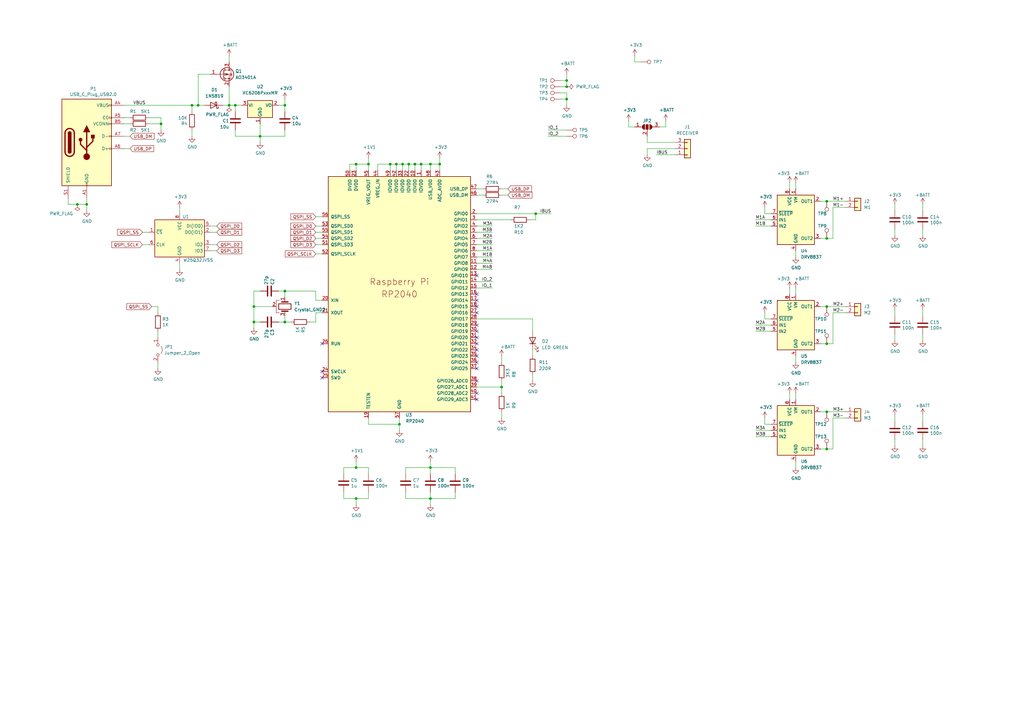
<source format=kicad_sch>
(kicad_sch (version 20211123) (generator eeschema)
  (paper "A3")
  (lib_symbols
    (symbol "Connector:TestPoint" (pin_numbers hide) (pin_names (offset 0.762) hide)
      (property "Reference" "TP" (at 0 6.858 0))
      (property "Value" "TestPoint" (at 0 5.08 0))
      (symbol "TestPoint_1_1"
        (pin passive line (at 0 0 90) (length 2.54) (name "1") (number "1"))
      )
    )
    (symbol "Connector:USB_C_Plug_USB2.0" (pin_names (offset 1.016))
      (property "Reference" "P" (at -10.16 19.05 0))
      (property "Value" "USB_C_Plug_USB2.0" (at 12.7 19.05 0))
      (symbol "USB_C_Plug_USB2.0_1_1"
        (pin passive line (at 0 -22.86 90) (length 5.08) (name "GND") (number "A1"))
        (pin passive line (at 0 -22.86 90) (length 5.08) hide (name "GND") (number "A12"))
        (pin passive line (at 15.24 15.24 180) (length 5.08) (name "VBUS") (number "A4"))
        (pin bidirectional line (at 15.24 10.16 180) (length 5.08) (name "CC") (number "A5"))
        (pin bidirectional line (at 15.24 -2.54 180) (length 5.08) (name "D+") (number "A6"))
        (pin bidirectional line (at 15.24 2.54 180) (length 5.08) (name "D-") (number "A7"))
        (pin passive line (at 15.24 15.24 180) (length 5.08) hide (name "VBUS") (number "A9"))
        (pin passive line (at 0 -22.86 90) (length 5.08) hide (name "GND") (number "B1"))
        (pin passive line (at 0 -22.86 90) (length 5.08) hide (name "GND") (number "B12"))
        (pin passive line (at 15.24 15.24 180) (length 5.08) hide (name "VBUS") (number "B4"))
        (pin bidirectional line (at 15.24 7.62 180) (length 5.08) (name "VCONN") (number "B5"))
        (pin passive line (at 15.24 15.24 180) (length 5.08) hide (name "VBUS") (number "B9"))
        (pin passive line (at -7.62 -22.86 90) (length 5.08) (name "SHIELD") (number "S1"))
      )
    )
    (symbol "Connector_Generic:Conn_01x02" (pin_names (offset 1.016) hide)
      (property "Reference" "J" (at 0 2.54 0))
      (property "Value" "Conn_01x02" (at 0 -5.08 0))
      (symbol "Conn_01x02_1_1"
        (pin passive line (at -5.08 0 0) (length 3.81) (name "Pin_1") (number "1"))
        (pin passive line (at -5.08 -2.54 0) (length 3.81) (name "Pin_2") (number "2"))
      )
    )
    (symbol "Connector_Generic:Conn_01x03" (pin_names (offset 1.016) hide)
      (property "Reference" "J" (at 0 5.08 0))
      (property "Value" "Conn_01x03" (at 0 -5.08 0))
      (symbol "Conn_01x03_1_1"
        (pin passive line (at -5.08 2.54 0) (length 3.81) (name "Pin_1") (number "1"))
        (pin passive line (at -5.08 0 0) (length 3.81) (name "Pin_2") (number "2"))
        (pin passive line (at -5.08 -2.54 0) (length 3.81) (name "Pin_3") (number "3"))
      )
    )
    (symbol "Device:C" (pin_numbers hide) (pin_names (offset 0.254))
      (property "Reference" "C" (at 0.635 2.54 0))
      (property "Value" "C" (at 0.635 -2.54 0))
      (symbol "C_1_1"
        (pin passive line (at 0 3.81 270) (length 2.794) (name "~") (number "1"))
        (pin passive line (at 0 -3.81 90) (length 2.794) (name "~") (number "2"))
      )
    )
    (symbol "Device:Crystal_GND2" (pin_names (offset 1.016) hide)
      (property "Reference" "Y" (at 0 5.715 0))
      (property "Value" "Crystal_GND2" (at 0 3.81 0))
      (symbol "Crystal_GND2_1_1"
        (pin passive line (at -3.81 0 0) (length 1.27) (name "1") (number "1"))
        (pin passive line (at 0 -5.08 90) (length 1.27) (name "2") (number "2"))
        (pin passive line (at 3.81 0 180) (length 1.27) (name "3") (number "3"))
      )
    )
    (symbol "Device:LED" (pin_numbers hide) (pin_names (offset 1.016) hide)
      (property "Reference" "D" (at 0 2.54 0))
      (property "Value" "LED" (at 0 -2.54 0))
      (symbol "LED_1_1"
        (pin passive line (at -3.81 0 0) (length 2.54) (name "K") (number "1"))
        (pin passive line (at 3.81 0 180) (length 2.54) (name "A") (number "2"))
      )
    )
    (symbol "Device:R" (pin_numbers hide) (pin_names (offset 0))
      (property "Reference" "R" (at 2.032 0 90))
      (property "Value" "R" (at 0 0 90))
      (symbol "R_1_1"
        (pin passive line (at 0 3.81 270) (length 1.27) (name "~") (number "1"))
        (pin passive line (at 0 -3.81 90) (length 1.27) (name "~") (number "2"))
      )
    )
    (symbol "Diode:1N5819" (pin_numbers hide) (pin_names (offset 1.016) hide)
      (property "Reference" "D" (at 0 2.54 0))
      (property "Value" "1N5819" (at 0 -2.54 0))
      (symbol "1N5819_1_1"
        (pin passive line (at -3.81 0 0) (length 2.54) (name "K") (number "1"))
        (pin passive line (at 3.81 0 180) (length 2.54) (name "A") (number "2"))
      )
    )
    (symbol "Driver_Motor:DRV8837"
      (property "Reference" "U" (at 6.35 11.43 0))
      (property "Value" "DRV8837" (at -10.16 11.43 0))
      (symbol "DRV8837_1_1"
        (pin power_in line (at 0 12.7 270) (length 2.54) (name "VM") (number "1"))
        (pin output line (at 10.16 7.62 180) (length 2.54) (name "OUT1") (number "2"))
        (pin output line (at 10.16 -7.62 180) (length 2.54) (name "OUT2") (number "3"))
        (pin power_in line (at 0 -12.7 90) (length 2.54) (name "GND") (number "4"))
        (pin input line (at -10.16 -2.54 0) (length 2.54) (name "IN2") (number "5"))
        (pin input line (at -10.16 0 0) (length 2.54) (name "IN1") (number "6"))
        (pin input line (at -10.16 2.54 0) (length 2.54) (name "~{SLEEP}") (number "7"))
        (pin power_in line (at -2.54 12.7 270) (length 2.54) (name "VCC") (number "8"))
        (pin passive line (at 0 -12.7 90) (length 2.54) hide (name "GND") (number "9"))
      )
    )
    (symbol "Jumper:Jumper_2_Open" (pin_names (offset 0) hide)
      (property "Reference" "JP" (at 0 2.794 0))
      (property "Value" "Jumper_2_Open" (at 0 -2.286 0))
      (symbol "Jumper_2_Open_1_1"
        (pin passive line (at -5.08 0 0) (length 2.54) (name "A") (number "1"))
        (pin passive line (at 5.08 0 180) (length 2.54) (name "B") (number "2"))
      )
    )
    (symbol "Jumper:SolderJumper_3_Open" (pin_names (offset 0) hide)
      (property "Reference" "JP" (at -2.54 -2.54 0))
      (property "Value" "SolderJumper_3_Open" (at 0 2.794 0))
      (symbol "SolderJumper_3_Open_1_1"
        (pin passive line (at -5.08 0 0) (length 2.54) (name "A") (number "1"))
        (pin passive line (at 0 -3.81 90) (length 2.54) (name "C") (number "2"))
        (pin passive line (at 5.08 0 180) (length 2.54) (name "B") (number "3"))
      )
    )
    (symbol "MCU_RaspberryPi_RP2040:RP2040" (pin_names (offset 1.016))
      (property "Reference" "U" (at -29.21 49.53 0))
      (property "Value" "RP2040" (at 24.13 -49.53 0))
      (symbol "RP2040_0_0"
        (text "Raspberry Pi" (at 0 5.08 0) (effects (font (size 2.54 2.54))))
        (text "RP2040" (at 0 0 0) (effects (font (size 2.54 2.54))))
      )
      (symbol "RP2040_1_1"
        (pin power_in line (at 8.89 50.8 270) (length 2.54) (name "IOVDD") (number "1"))
        (pin power_in line (at 6.35 50.8 270) (length 2.54) (name "IOVDD") (number "10"))
        (pin bidirectional line (at 31.75 12.7 180) (length 2.54) (name "GPIO8") (number "11"))
        (pin bidirectional line (at 31.75 10.16 180) (length 2.54) (name "GPIO9") (number "12"))
        (pin bidirectional line (at 31.75 7.62 180) (length 2.54) (name "GPIO10") (number "13"))
        (pin bidirectional line (at 31.75 5.08 180) (length 2.54) (name "GPIO11") (number "14"))
        (pin bidirectional line (at 31.75 2.54 180) (length 2.54) (name "GPIO12") (number "15"))
        (pin bidirectional line (at 31.75 0 180) (length 2.54) (name "GPIO13") (number "16"))
        (pin bidirectional line (at 31.75 -2.54 180) (length 2.54) (name "GPIO14") (number "17"))
        (pin bidirectional line (at 31.75 -5.08 180) (length 2.54) (name "GPIO15") (number "18"))
        (pin passive line (at -12.7 -50.8 90) (length 2.54) (name "TESTEN") (number "19"))
        (pin bidirectional line (at 31.75 33.02 180) (length 2.54) (name "GPIO0") (number "2"))
        (pin input line (at -31.75 -2.54 0) (length 2.54) (name "XIN") (number "20"))
        (pin passive line (at -31.75 -7.62 0) (length 2.54) (name "XOUT") (number "21"))
        (pin power_in line (at 3.81 50.8 270) (length 2.54) (name "IOVDD") (number "22"))
        (pin power_in line (at -17.78 50.8 270) (length 2.54) (name "DVDD") (number "23"))
        (pin output line (at -31.75 -31.75 0) (length 2.54) (name "SWCLK") (number "24"))
        (pin bidirectional line (at -31.75 -34.29 0) (length 2.54) (name "SWD") (number "25"))
        (pin input line (at -31.75 -20.32 0) (length 2.54) (name "RUN") (number "26"))
        (pin bidirectional line (at 31.75 -7.62 180) (length 2.54) (name "GPIO16") (number "27"))
        (pin bidirectional line (at 31.75 -10.16 180) (length 2.54) (name "GPIO17") (number "28"))
        (pin bidirectional line (at 31.75 -12.7 180) (length 2.54) (name "GPIO18") (number "29"))
        (pin bidirectional line (at 31.75 30.48 180) (length 2.54) (name "GPIO1") (number "3"))
        (pin bidirectional line (at 31.75 -15.24 180) (length 2.54) (name "GPIO19") (number "30"))
        (pin bidirectional line (at 31.75 -17.78 180) (length 2.54) (name "GPIO20") (number "31"))
        (pin bidirectional line (at 31.75 -20.32 180) (length 2.54) (name "GPIO21") (number "32"))
        (pin power_in line (at 1.27 50.8 270) (length 2.54) (name "IOVDD") (number "33"))
        (pin bidirectional line (at 31.75 -22.86 180) (length 2.54) (name "GPIO22") (number "34"))
        (pin bidirectional line (at 31.75 -25.4 180) (length 2.54) (name "GPIO23") (number "35"))
        (pin bidirectional line (at 31.75 -27.94 180) (length 2.54) (name "GPIO24") (number "36"))
        (pin bidirectional line (at 31.75 -30.48 180) (length 2.54) (name "GPIO25") (number "37"))
        (pin bidirectional line (at 31.75 -35.56 180) (length 2.54) (name "GPIO26_ADC0") (number "38"))
        (pin bidirectional line (at 31.75 -38.1 180) (length 2.54) (name "GPIO27_ADC1") (number "39"))
        (pin bidirectional line (at 31.75 27.94 180) (length 2.54) (name "GPIO2") (number "4"))
        (pin bidirectional line (at 31.75 -40.64 180) (length 2.54) (name "GPIO28_ADC2") (number "40"))
        (pin bidirectional line (at 31.75 -43.18 180) (length 2.54) (name "GPIO29_ADC3") (number "41"))
        (pin power_in line (at -1.27 50.8 270) (length 2.54) (name "IOVDD") (number "42"))
        (pin power_in line (at 16.51 50.8 270) (length 2.54) (name "ADC_AVDD") (number "43"))
        (pin power_in line (at -8.89 50.8 270) (length 2.54) (name "VREG_IN") (number "44"))
        (pin power_out line (at -12.7 50.8 270) (length 2.54) (name "VREG_VOUT") (number "45"))
        (pin bidirectional line (at 31.75 40.64 180) (length 2.54) (name "USB_DM") (number "46"))
        (pin bidirectional line (at 31.75 43.18 180) (length 2.54) (name "USB_DP") (number "47"))
        (pin power_in line (at 12.7 50.8 270) (length 2.54) (name "USB_VDD") (number "48"))
        (pin power_in line (at -3.81 50.8 270) (length 2.54) (name "IOVDD") (number "49"))
        (pin bidirectional line (at 31.75 25.4 180) (length 2.54) (name "GPIO3") (number "5"))
        (pin power_in line (at -20.32 50.8 270) (length 2.54) (name "DVDD") (number "50"))
        (pin bidirectional line (at -31.75 20.32 0) (length 2.54) (name "QSPI_SD3") (number "51"))
        (pin output line (at -31.75 16.51 0) (length 2.54) (name "QSPI_SCLK") (number "52"))
        (pin bidirectional line (at -31.75 27.94 0) (length 2.54) (name "QSPI_SD0") (number "53"))
        (pin bidirectional line (at -31.75 22.86 0) (length 2.54) (name "QSPI_SD2") (number "54"))
        (pin bidirectional line (at -31.75 25.4 0) (length 2.54) (name "QSPI_SD1") (number "55"))
        (pin bidirectional line (at -31.75 31.75 0) (length 2.54) (name "QSPI_SS") (number "56"))
        (pin power_in line (at 0 -50.8 90) (length 2.54) (name "GND") (number "57"))
        (pin bidirectional line (at 31.75 22.86 180) (length 2.54) (name "GPIO4") (number "6"))
        (pin bidirectional line (at 31.75 20.32 180) (length 2.54) (name "GPIO5") (number "7"))
        (pin bidirectional line (at 31.75 17.78 180) (length 2.54) (name "GPIO6") (number "8"))
        (pin bidirectional line (at 31.75 15.24 180) (length 2.54) (name "GPIO7") (number "9"))
      )
    )
    (symbol "Memory_Flash:W25Q32JVSS"
      (property "Reference" "U" (at -8.89 8.89 0))
      (property "Value" "W25Q32JVSS" (at 7.62 8.89 0))
      (symbol "W25Q32JVSS_1_1"
        (pin input line (at -12.7 2.54 0) (length 2.54) (name "~{CS}") (number "1"))
        (pin bidirectional line (at 12.7 2.54 180) (length 2.54) (name "DO(IO1)") (number "2"))
        (pin bidirectional line (at 12.7 -2.54 180) (length 2.54) (name "IO2") (number "3"))
        (pin power_in line (at 0 -10.16 90) (length 2.54) (name "GND") (number "4"))
        (pin bidirectional line (at 12.7 5.08 180) (length 2.54) (name "DI(IO0)") (number "5"))
        (pin input line (at -12.7 -2.54 0) (length 2.54) (name "CLK") (number "6"))
        (pin bidirectional line (at 12.7 -5.08 180) (length 2.54) (name "IO3") (number "7"))
        (pin power_in line (at 0 10.16 270) (length 2.54) (name "VCC") (number "8"))
      )
    )
    (symbol "Regulator_Linear:XC6206PxxxMR" (pin_names (offset 0.254))
      (property "Reference" "U" (at -3.81 3.175 0))
      (property "Value" "XC6206PxxxMR" (at 0 3.175 0))
      (symbol "XC6206PxxxMR_1_1"
        (pin power_in line (at 0 -7.62 90) (length 2.54) (name "GND") (number "1"))
        (pin power_out line (at 7.62 0 180) (length 2.54) (name "VO") (number "2"))
        (pin power_in line (at -7.62 0 0) (length 2.54) (name "VI") (number "3"))
      )
    )
    (symbol "Transistor_FET:AO3401A" (pin_names hide)
      (property "Reference" "Q" (at 5.08 1.905 0))
      (property "Value" "AO3401A" (at 5.08 0 0))
      (symbol "AO3401A_1_1"
        (pin input line (at -5.08 0 0) (length 2.54) (name "G") (number "1"))
        (pin passive line (at 2.54 -5.08 90) (length 2.54) (name "S") (number "2"))
        (pin passive line (at 2.54 5.08 270) (length 2.54) (name "D") (number "3"))
      )
    )
    (symbol "power:+1V1" (power) (pin_names (offset 0))
      (property "Value" "+1V1" (at 0 3.556 0))
      (symbol "+1V1_1_1"
        (pin power_in line (at 0 0 90) (length 0) hide (name "+1V1") (number "1"))
      )
    )
    (symbol "power:+3.3V" (power) (pin_names (offset 0))
      (property "Value" "+3.3V" (at 0 3.556 0))
      (symbol "+3.3V_1_1"
        (pin power_in line (at 0 0 90) (length 0) hide (name "+3V3") (number "1"))
      )
    )
    (symbol "power:+3V3" (power) (pin_names (offset 0))
      (property "Value" "+3V3" (at 0 3.556 0))
      (symbol "+3V3_1_1"
        (pin power_in line (at 0 0 90) (length 0) hide (name "+3V3") (number "1"))
      )
    )
    (symbol "power:+BATT" (power) (pin_names (offset 0))
      (property "Value" "+BATT" (at 0 3.556 0))
      (symbol "+BATT_1_1"
        (pin power_in line (at 0 0 90) (length 0) hide (name "+BATT") (number "1"))
      )
    )
    (symbol "power:GND" (power) (pin_names (offset 0))
      (property "Value" "GND" (at 0 -3.81 0))
      (symbol "GND_1_1"
        (pin power_in line (at 0 0 270) (length 0) hide (name "GND") (number "1"))
      )
    )
    (symbol "power:PWR_FLAG" (power) (pin_numbers hide) (pin_names (offset 0) hide)
      (property "Value" "PWR_FLAG" (at 0 3.81 0))
      (symbol "PWR_FLAG_0_0"
        (pin power_out line (at 0 0 90) (length 0) (name "pwr") (number "1"))
      )
    )
  )
  (junction (at 339.09 125.73))
  (junction (at 339.09 184.15))
  (junction (at 176.53 204.47))
  (junction (at 104.14 132.08))
  (junction (at 106.68 55.88))
  (junction (at 180.34 67.31))
  (junction (at 81.28 43.18))
  (junction (at 162.56 67.31))
  (junction (at 96.52 43.18))
  (junction (at 116.84 132.08))
  (junction (at 339.09 140.97))
  (junction (at 146.05 191.77))
  (junction (at 160.02 67.31))
  (junction (at 78.74 43.18))
  (junction (at 339.09 97.79))
  (junction (at 165.1 67.31))
  (junction (at 339.09 168.91))
  (junction (at 167.64 67.31))
  (junction (at 172.72 67.31))
  (junction (at 66.04 50.8))
  (junction (at 232.41 33.02))
  (junction (at 146.05 67.31))
  (junction (at 339.09 82.55))
  (junction (at 146.05 204.47))
  (junction (at 35.56 83.82))
  (junction (at 31.75 83.82))
  (junction (at 116.84 119.38))
  (junction (at 151.13 67.31))
  (junction (at 93.98 43.18))
  (junction (at 170.18 67.31))
  (junction (at 232.41 40.64))
  (junction (at 176.53 67.31))
  (junction (at 219.71 87.63))
  (junction (at 205.74 158.75))
  (junction (at 116.84 43.18))
  (junction (at 232.41 35.56))
  (junction (at 104.14 125.73))
  (junction (at 176.53 191.77))
  (junction (at 163.83 173.99))
  (no_connect (at 132.08 154.94))
  (no_connect (at 195.58 113.03))
  (no_connect (at 195.58 120.65))
  (no_connect (at 195.58 125.73))
  (no_connect (at 195.58 128.27))
  (no_connect (at 195.58 123.19))
  (no_connect (at 195.58 156.21))
  (no_connect (at 195.58 146.05))
  (no_connect (at 195.58 148.59))
  (no_connect (at 195.58 151.13))
  (no_connect (at 195.58 143.51))
  (no_connect (at 195.58 133.35))
  (no_connect (at 195.58 140.97))
  (no_connect (at 195.58 138.43))
  (no_connect (at 195.58 135.89))
  (no_connect (at 195.58 161.29))
  (no_connect (at 132.08 152.4))
  (no_connect (at 132.08 140.97))
  (no_connect (at 195.58 163.83))
  (wire (pts (xy 232.41 40.64) (xy 232.41 43.18)))
  (wire (pts (xy 219.71 87.63) (xy 226.06 87.63)))
  (wire (pts (xy 50.8 48.26) (xy 53.34 48.26)))
  (wire (pts (xy 58.42 100.33) (xy 60.96 100.33)))
  (wire (pts (xy 93.98 22.86) (xy 93.98 25.4)))
  (wire (pts (xy 176.53 67.31) (xy 176.53 69.85)))
  (wire (pts (xy 270.51 52.07) (xy 273.05 52.07)))
  (wire (pts (xy 378.46 96.52) (xy 378.46 93.98)))
  (wire (pts (xy 93.98 35.56) (xy 93.98 43.18)))
  (wire (pts (xy 326.39 148.59) (xy 326.39 146.05)))
  (wire (pts (xy 146.05 67.31) (xy 151.13 67.31)))
  (wire (pts (xy 93.98 43.18) (xy 96.52 43.18)))
  (wire (pts (xy 151.13 67.31) (xy 151.13 64.77)))
  (wire (pts (xy 201.93 107.95) (xy 195.58 107.95)))
  (wire (pts (xy 378.46 127) (xy 378.46 129.54)))
  (wire (pts (xy 35.56 83.82) (xy 31.75 83.82)))
  (wire (pts (xy 367.03 172.72) (xy 367.03 170.18)))
  (wire (pts (xy 326.39 161.29) (xy 326.39 163.83)))
  (wire (pts (xy 339.09 184.15) (xy 341.63 184.15)))
  (wire (pts (xy 176.53 201.93) (xy 176.53 204.47)))
  (wire (pts (xy 309.88 133.35) (xy 316.23 133.35)))
  (wire (pts (xy 367.03 86.36) (xy 367.03 83.82)))
  (wire (pts (xy 88.9 100.33) (xy 86.36 100.33)))
  (wire (pts (xy 265.43 58.42) (xy 276.86 58.42)))
  (wire (pts (xy 224.79 53.34) (xy 232.41 53.34)))
  (wire (pts (xy 106.68 132.08) (xy 104.14 132.08)))
  (wire (pts (xy 146.05 207.01) (xy 146.05 204.47)))
  (wire (pts (xy 378.46 139.7) (xy 378.46 137.16)))
  (wire (pts (xy 35.56 86.36) (xy 35.56 83.82)))
  (wire (pts (xy 151.13 191.77) (xy 151.13 194.31)))
  (wire (pts (xy 323.85 120.65) (xy 323.85 118.11)))
  (wire (pts (xy 50.8 55.88) (xy 53.34 55.88)))
  (wire (pts (xy 176.53 191.77) (xy 176.53 194.31)))
  (wire (pts (xy 176.53 67.31) (xy 180.34 67.31)))
  (wire (pts (xy 378.46 170.18) (xy 378.46 172.72)))
  (wire (pts (xy 273.05 49.53) (xy 273.05 52.07)))
  (wire (pts (xy 198.12 77.47) (xy 195.58 77.47)))
  (wire (pts (xy 114.3 132.08) (xy 116.84 132.08)))
  (wire (pts (xy 163.83 173.99) (xy 163.83 171.45)))
  (wire (pts (xy 96.52 55.88) (xy 106.68 55.88)))
  (wire (pts (xy 104.14 132.08) (xy 104.14 125.73)))
  (wire (pts (xy 339.09 82.55) (xy 346.71 82.55)))
  (wire (pts (xy 166.37 204.47) (xy 166.37 201.93)))
  (wire (pts (xy 176.53 204.47) (xy 166.37 204.47)))
  (wire (pts (xy 367.03 182.88) (xy 367.03 180.34)))
  (wire (pts (xy 260.35 22.86) (xy 260.35 25.4)))
  (wire (pts (xy 341.63 128.27) (xy 341.63 140.97)))
  (wire (pts (xy 151.13 173.99) (xy 151.13 171.45)))
  (wire (pts (xy 129.54 104.14) (xy 132.08 104.14)))
  (wire (pts (xy 205.74 158.75) (xy 205.74 161.29)))
  (wire (pts (xy 160.02 69.85) (xy 160.02 67.31)))
  (wire (pts (xy 132.08 97.79) (xy 129.54 97.79)))
  (wire (pts (xy 229.87 35.56) (xy 232.41 35.56)))
  (wire (pts (xy 50.8 43.18) (xy 78.74 43.18)))
  (wire (pts (xy 195.58 80.01) (xy 198.12 80.01)))
  (wire (pts (xy 140.97 191.77) (xy 140.97 194.31)))
  (wire (pts (xy 339.09 125.73) (xy 346.71 125.73)))
  (wire (pts (xy 218.44 130.81) (xy 218.44 135.89)))
  (wire (pts (xy 309.88 92.71) (xy 316.23 92.71)))
  (wire (pts (xy 81.28 43.18) (xy 83.82 43.18)))
  (wire (pts (xy 195.58 90.17) (xy 209.55 90.17)))
  (wire (pts (xy 64.77 138.43) (xy 64.77 135.89)))
  (wire (pts (xy 229.87 33.02) (xy 232.41 33.02)))
  (wire (pts (xy 219.71 87.63) (xy 219.71 90.17)))
  (wire (pts (xy 129.54 100.33) (xy 132.08 100.33)))
  (wire (pts (xy 313.69 130.81) (xy 313.69 128.27)))
  (wire (pts (xy 265.43 60.96) (xy 276.86 60.96)))
  (wire (pts (xy 309.88 179.07) (xy 316.23 179.07)))
  (wire (pts (xy 186.69 191.77) (xy 186.69 194.31)))
  (wire (pts (xy 232.41 35.56) (xy 232.41 33.02)))
  (wire (pts (xy 35.56 81.28) (xy 35.56 83.82)))
  (wire (pts (xy 195.58 87.63) (xy 219.71 87.63)))
  (wire (pts (xy 146.05 204.47) (xy 151.13 204.47)))
  (wire (pts (xy 162.56 67.31) (xy 165.1 67.31)))
  (wire (pts (xy 336.55 125.73) (xy 339.09 125.73)))
  (wire (pts (xy 86.36 95.25) (xy 88.9 95.25)))
  (wire (pts (xy 201.93 97.79) (xy 195.58 97.79)))
  (wire (pts (xy 326.39 191.77) (xy 326.39 189.23)))
  (wire (pts (xy 129.54 88.9) (xy 132.08 88.9)))
  (wire (pts (xy 323.85 77.47) (xy 323.85 74.93)))
  (wire (pts (xy 201.93 105.41) (xy 195.58 105.41)))
  (wire (pts (xy 146.05 69.85) (xy 146.05 67.31)))
  (wire (pts (xy 167.64 67.31) (xy 167.64 69.85)))
  (wire (pts (xy 367.03 139.7) (xy 367.03 137.16)))
  (wire (pts (xy 116.84 129.54) (xy 116.84 132.08)))
  (wire (pts (xy 195.58 130.81) (xy 218.44 130.81)))
  (wire (pts (xy 339.09 97.79) (xy 341.63 97.79)))
  (wire (pts (xy 218.44 143.51) (xy 218.44 146.05)))
  (wire (pts (xy 313.69 173.99) (xy 313.69 171.45)))
  (wire (pts (xy 129.54 128.27) (xy 129.54 132.08)))
  (wire (pts (xy 104.14 125.73) (xy 111.76 125.73)))
  (wire (pts (xy 114.3 43.18) (xy 116.84 43.18)))
  (wire (pts (xy 86.36 30.48) (xy 81.28 30.48)))
  (wire (pts (xy 166.37 191.77) (xy 166.37 194.31)))
  (wire (pts (xy 143.51 67.31) (xy 146.05 67.31)))
  (wire (pts (xy 172.72 67.31) (xy 172.72 69.85)))
  (wire (pts (xy 27.94 83.82) (xy 27.94 81.28)))
  (wire (pts (xy 336.55 97.79) (xy 339.09 97.79)))
  (wire (pts (xy 96.52 55.88) (xy 96.52 53.34)))
  (wire (pts (xy 132.08 92.71) (xy 129.54 92.71)))
  (wire (pts (xy 341.63 85.09) (xy 341.63 97.79)))
  (wire (pts (xy 326.39 118.11) (xy 326.39 120.65)))
  (wire (pts (xy 116.84 55.88) (xy 116.84 53.34)))
  (wire (pts (xy 60.96 50.8) (xy 66.04 50.8)))
  (wire (pts (xy 73.66 107.95) (xy 73.66 110.49)))
  (wire (pts (xy 378.46 182.88) (xy 378.46 180.34)))
  (wire (pts (xy 313.69 87.63) (xy 313.69 85.09)))
  (wire (pts (xy 341.63 171.45) (xy 341.63 184.15)))
  (wire (pts (xy 86.36 102.87) (xy 88.9 102.87)))
  (wire (pts (xy 66.04 50.8) (xy 66.04 48.26)))
  (wire (pts (xy 336.55 140.97) (xy 339.09 140.97)))
  (wire (pts (xy 265.43 55.88) (xy 265.43 58.42)))
  (wire (pts (xy 229.87 38.1) (xy 232.41 38.1)))
  (wire (pts (xy 143.51 69.85) (xy 143.51 67.31)))
  (wire (pts (xy 309.88 135.89) (xy 316.23 135.89)))
  (wire (pts (xy 336.55 82.55) (xy 339.09 82.55)))
  (wire (pts (xy 129.54 132.08) (xy 127 132.08)))
  (wire (pts (xy 309.88 176.53) (xy 316.23 176.53)))
  (wire (pts (xy 165.1 67.31) (xy 167.64 67.31)))
  (wire (pts (xy 62.23 125.73) (xy 64.77 125.73)))
  (wire (pts (xy 166.37 191.77) (xy 176.53 191.77)))
  (wire (pts (xy 53.34 60.96) (xy 50.8 60.96)))
  (wire (pts (xy 201.93 95.25) (xy 195.58 95.25)))
  (wire (pts (xy 341.63 171.45) (xy 346.71 171.45)))
  (wire (pts (xy 313.69 173.99) (xy 316.23 173.99)))
  (wire (pts (xy 91.44 43.18) (xy 93.98 43.18)))
  (wire (pts (xy 106.68 55.88) (xy 116.84 55.88)))
  (wire (pts (xy 154.94 67.31) (xy 154.94 69.85)))
  (wire (pts (xy 367.03 96.52) (xy 367.03 93.98)))
  (wire (pts (xy 201.93 92.71) (xy 195.58 92.71)))
  (wire (pts (xy 205.74 146.05) (xy 205.74 148.59)))
  (wire (pts (xy 78.74 43.18) (xy 78.74 45.72)))
  (wire (pts (xy 336.55 168.91) (xy 339.09 168.91)))
  (wire (pts (xy 313.69 87.63) (xy 316.23 87.63)))
  (wire (pts (xy 201.93 100.33) (xy 195.58 100.33)))
  (wire (pts (xy 341.63 85.09) (xy 346.71 85.09)))
  (wire (pts (xy 336.55 184.15) (xy 339.09 184.15)))
  (wire (pts (xy 116.84 43.18) (xy 116.84 45.72)))
  (wire (pts (xy 154.94 67.31) (xy 160.02 67.31)))
  (wire (pts (xy 151.13 67.31) (xy 151.13 69.85)))
  (wire (pts (xy 217.17 90.17) (xy 219.71 90.17)))
  (wire (pts (xy 309.88 90.17) (xy 316.23 90.17)))
  (wire (pts (xy 64.77 148.59) (xy 64.77 151.13)))
  (wire (pts (xy 339.09 168.91) (xy 346.71 168.91)))
  (wire (pts (xy 341.63 128.27) (xy 346.71 128.27)))
  (wire (pts (xy 116.84 121.92) (xy 116.84 119.38)))
  (wire (pts (xy 170.18 67.31) (xy 172.72 67.31)))
  (wire (pts (xy 180.34 67.31) (xy 180.34 69.85)))
  (wire (pts (xy 160.02 67.31) (xy 162.56 67.31)))
  (wire (pts (xy 208.28 77.47) (xy 205.74 77.47)))
  (wire (pts (xy 313.69 130.81) (xy 316.23 130.81)))
  (wire (pts (xy 172.72 67.31) (xy 176.53 67.31)))
  (wire (pts (xy 66.04 50.8) (xy 66.04 53.34)))
  (wire (pts (xy 367.03 129.54) (xy 367.03 127)))
  (wire (pts (xy 140.97 204.47) (xy 146.05 204.47)))
  (wire (pts (xy 232.41 40.64) (xy 229.87 40.64)))
  (wire (pts (xy 151.13 201.93) (xy 151.13 204.47)))
  (wire (pts (xy 106.68 50.8) (xy 106.68 55.88)))
  (wire (pts (xy 129.54 119.38) (xy 116.84 119.38)))
  (wire (pts (xy 132.08 128.27) (xy 129.54 128.27)))
  (wire (pts (xy 66.04 48.26) (xy 60.96 48.26)))
  (wire (pts (xy 339.09 140.97) (xy 341.63 140.97)))
  (wire (pts (xy 180.34 67.31) (xy 180.34 64.77)))
  (wire (pts (xy 176.53 191.77) (xy 186.69 191.77)))
  (wire (pts (xy 176.53 191.77) (xy 176.53 189.23)))
  (wire (pts (xy 167.64 67.31) (xy 170.18 67.31)))
  (wire (pts (xy 323.85 163.83) (xy 323.85 161.29)))
  (wire (pts (xy 140.97 201.93) (xy 140.97 204.47)))
  (wire (pts (xy 186.69 201.93) (xy 186.69 204.47)))
  (wire (pts (xy 50.8 50.8) (xy 53.34 50.8)))
  (wire (pts (xy 378.46 83.82) (xy 378.46 86.36)))
  (wire (pts (xy 73.66 87.63) (xy 73.66 85.09)))
  (wire (pts (xy 88.9 92.71) (xy 86.36 92.71)))
  (wire (pts (xy 205.74 171.45) (xy 205.74 168.91)))
  (wire (pts (xy 129.54 123.19) (xy 132.08 123.19)))
  (wire (pts (xy 265.43 60.96) (xy 265.43 63.5)))
  (wire (pts (xy 232.41 38.1) (xy 232.41 40.64)))
  (wire (pts (xy 195.58 118.11) (xy 201.93 118.11)))
  (wire (pts (xy 146.05 189.23) (xy 146.05 191.77)))
  (wire (pts (xy 262.89 25.4) (xy 260.35 25.4)))
  (wire (pts (xy 104.14 132.08) (xy 104.14 134.62)))
  (wire (pts (xy 31.75 83.82) (xy 27.94 83.82)))
  (wire (pts (xy 326.39 105.41) (xy 326.39 102.87)))
  (wire (pts (xy 116.84 119.38) (xy 114.3 119.38)))
  (wire (pts (xy 64.77 125.73) (xy 64.77 128.27)))
  (wire (pts (xy 176.53 204.47) (xy 176.53 207.01)))
  (wire (pts (xy 205.74 80.01) (xy 208.28 80.01)))
  (wire (pts (xy 81.28 43.18) (xy 78.74 43.18)))
  (wire (pts (xy 78.74 53.34) (xy 78.74 55.88)))
  (wire (pts (xy 58.42 95.25) (xy 60.96 95.25)))
  (wire (pts (xy 257.81 52.07) (xy 260.35 52.07)))
  (wire (pts (xy 129.54 119.38) (xy 129.54 123.19)))
  (wire (pts (xy 116.84 132.08) (xy 119.38 132.08)))
  (wire (pts (xy 224.79 55.88) (xy 232.41 55.88)))
  (wire (pts (xy 201.93 110.49) (xy 195.58 110.49)))
  (wire (pts (xy 129.54 95.25) (xy 132.08 95.25)))
  (wire (pts (xy 163.83 173.99) (xy 151.13 173.99)))
  (wire (pts (xy 195.58 115.57) (xy 201.93 115.57)))
  (wire (pts (xy 257.81 49.53) (xy 257.81 52.07)))
  (wire (pts (xy 163.83 176.53) (xy 163.83 173.99)))
  (wire (pts (xy 205.74 156.21) (xy 205.74 158.75)))
  (wire (pts (xy 165.1 69.85) (xy 165.1 67.31)))
  (wire (pts (xy 116.84 43.18) (xy 116.84 40.64)))
  (wire (pts (xy 81.28 30.48) (xy 81.28 43.18)))
  (wire (pts (xy 201.93 102.87) (xy 195.58 102.87)))
  (wire (pts (xy 96.52 45.72) (xy 96.52 43.18)))
  (wire (pts (xy 170.18 67.31) (xy 170.18 69.85)))
  (wire (pts (xy 106.68 55.88) (xy 106.68 58.42)))
  (wire (pts (xy 104.14 125.73) (xy 104.14 119.38)))
  (wire (pts (xy 162.56 67.31) (xy 162.56 69.85)))
  (wire (pts (xy 140.97 191.77) (xy 146.05 191.77)))
  (wire (pts (xy 186.69 204.47) (xy 176.53 204.47)))
  (wire (pts (xy 96.52 43.18) (xy 99.06 43.18)))
  (wire (pts (xy 269.24 63.5) (xy 276.86 63.5)))
  (wire (pts (xy 232.41 30.48) (xy 232.41 33.02)))
  (wire (pts (xy 146.05 191.77) (xy 151.13 191.77)))
  (wire (pts (xy 195.58 158.75) (xy 205.74 158.75)))
  (wire (pts (xy 326.39 74.93) (xy 326.39 77.47)))
  (wire (pts (xy 218.44 156.21) (xy 218.44 153.67)))
  (wire (pts (xy 104.14 119.38) (xy 106.68 119.38)))
  (label "M2A" (at 201.93 97.79 180))
  (label "M4B" (at 201.93 110.49 180))
  (label "M3+" (at 341.63 168.91 0))
  (label "M2-" (at 341.63 128.27 0))
  (label "M1B" (at 201.93 105.41 180))
  (label "M3A" (at 201.93 92.71 180))
  (label "M3B" (at 201.93 95.25 180))
  (label "M2+" (at 341.63 125.73 0))
  (label "M1B" (at 309.88 92.71 0))
  (label "IO_2" (at 224.79 55.88 0))
  (label "M3-" (at 341.63 171.45 0))
  (label "IBUS" (at 226.06 87.63 180))
  (label "M1-" (at 341.63 85.09 0))
  (label "IO_1" (at 201.93 118.11 180))
  (label "M1A" (at 309.88 90.17 0))
  (label "VBUS" (at 54.61 43.18 0))
  (label "M2B" (at 309.88 135.89 0))
  (label "M4A" (at 201.93 107.95 180))
  (label "M2A" (at 309.88 133.35 0))
  (label "IO_2" (at 201.93 115.57 180))
  (label "M1A" (at 201.93 102.87 180))
  (label "M3B" (at 309.88 179.07 0))
  (label "IBUS" (at 269.24 63.5 0))
  (label "M2B" (at 201.93 100.33 180))
  (label "M1+" (at 341.63 82.55 0))
  (label "M3A" (at 309.88 176.53 0))
  (label "IO_1" (at 224.79 53.34 0))
  (global_label "USB_DM" (shape input) (at 53.34 55.88 0) (property "Intersheet References" "${INTERSHEET_REFS}" (effects hide)))
  (global_label "QSPI_D3" (shape input) (at 88.9 102.87 0) (property "Intersheet References" "${INTERSHEET_REFS}" (effects hide)))
  (global_label "USB_DP" (shape input) (at 53.34 60.96 0) (property "Intersheet References" "${INTERSHEET_REFS}" (effects hide)))
  (global_label "QSPI_D1" (shape input) (at 88.9 95.25 0) (property "Intersheet References" "${INTERSHEET_REFS}" (effects hide)))
  (global_label "QSPI_D2" (shape input) (at 88.9 100.33 0) (property "Intersheet References" "${INTERSHEET_REFS}" (effects hide)))
  (global_label "QSPI_D1" (shape input) (at 129.54 95.25 180) (property "Intersheet References" "${INTERSHEET_REFS}" (effects hide)))
  (global_label "QSPI_D3" (shape input) (at 129.54 100.33 180) (property "Intersheet References" "${INTERSHEET_REFS}" (effects hide)))
  (global_label "QSPI_D0" (shape input) (at 129.54 92.71 180) (property "Intersheet References" "${INTERSHEET_REFS}" (effects hide)))
  (global_label "QSPI_SS" (shape input) (at 58.42 95.25 180) (property "Intersheet References" "${INTERSHEET_REFS}" (effects hide)))
  (global_label "QSPI_D2" (shape input) (at 129.54 97.79 180) (property "Intersheet References" "${INTERSHEET_REFS}" (effects hide)))
  (global_label "QSPI_SS" (shape input) (at 129.54 88.9 180) (property "Intersheet References" "${INTERSHEET_REFS}" (effects hide)))
  (global_label "USB_DP" (shape input) (at 208.28 77.47 0) (property "Intersheet References" "${INTERSHEET_REFS}" (effects hide)))
  (global_label "QSPI_D0" (shape input) (at 88.9 92.71 0) (property "Intersheet References" "${INTERSHEET_REFS}" (effects hide)))
  (global_label "QSPI_SCLK" (shape input) (at 58.42 100.33 180) (property "Intersheet References" "${INTERSHEET_REFS}" (effects hide)))
  (global_label "QSPI_SS" (shape input) (at 62.23 125.73 180) (property "Intersheet References" "${INTERSHEET_REFS}" (effects hide)))
  (global_label "USB_DM" (shape input) (at 208.28 80.01 0) (property "Intersheet References" "${INTERSHEET_REFS}" (effects hide)))
  (global_label "QSPI_SCLK" (shape input) (at 129.54 104.14 180) (property "Intersheet References" "${INTERSHEET_REFS}" (effects hide)))
  (symbol (lib_id "Device:C") (at 110.49 119.38 270) (unit 1)
    (property "Reference" "C2" (at 111.76 116.84 0) (effects (justify right)))
    (property "Value" "27p" (at 109.22 116.84 0) (effects (justify right)))
    (property "Footprint" "Capacitor_SMD:C_0402_1005Metric" (effects hide))
  )
  (symbol (lib_id "Device:R") (at 123.19 132.08 270) (unit 1)
    (property "Reference" "R5" (at 124.3584 133.858 0) (effects (justify left)))
    (property "Value" "1K" (at 122.047 133.858 0) (effects (justify left)))
    (property "Footprint" "Resistor_SMD:R_0402_1005Metric" (effects hide))
  )
  (symbol (lib_id "Device:C") (at 110.49 132.08 270) (unit 1)
    (property "Reference" "C3" (at 111.6584 135.001 0) (effects (justify left)))
    (property "Value" "27p" (at 109.347 135.001 0) (effects (justify left)))
    (property "Footprint" "Capacitor_SMD:C_0402_1005Metric" (effects hide))
  )
  (symbol (lib_id "power:GND") (at 104.14 134.62 0) (unit 1)
    (property "Reference" "#PWR08" (effects hide))
    (property "Value" "GND" (at 104.267 139.0142 0))
  )
  (symbol (lib_id "MCU_RaspberryPi_RP2040:RP2040") (at 163.83 120.65 0) (unit 1)
    (property "Reference" "U3" (at 167.64 170.18 0))
    (property "Value" "RP2040" (at 170.18 172.72 0))
    (property "Footprint" "Local:RP2040-QFN-56" (effects hide))
  )
  (symbol (lib_id "Memory_Flash:W25Q32JVSS") (at 73.66 97.79 0) (unit 1)
    (property "Reference" "U1" (at 76.2 88.9 0))
    (property "Value" "W25Q32JVSS" (at 81.28 106.68 0))
    (property "Footprint" "Local:8-USON" (effects hide))
    (property "Datasheet" "http://www.winbond.com/resource-files/w25q32jv%20revg%2003272018%20plus.pdf" (effects hide))
  )
  (symbol (lib_id "power:GND") (at 73.66 110.49 0) (unit 1)
    (property "Reference" "#PWR05" (effects hide))
    (property "Value" "GND" (at 73.787 114.8842 0))
  )
  (symbol (lib_id "power:+3.3V") (at 73.66 85.09 0) (unit 1)
    (property "Reference" "#PWR04" (effects hide))
    (property "Value" "+3.3V" (at 74.041 80.6958 0))
  )
  (symbol (lib_id "power:GND") (at 64.77 151.13 0) (unit 1)
    (property "Reference" "#PWR02" (effects hide))
    (property "Value" "GND" (at 64.897 155.5242 0))
  )
  (symbol (lib_id "Device:R") (at 64.77 132.08 0) (unit 1)
    (property "Reference" "R3" (at 66.548 130.9116 0) (effects (justify left)))
    (property "Value" "1K" (at 66.548 133.223 0) (effects (justify left)))
    (property "Footprint" "Resistor_SMD:R_0402_1005Metric" (effects hide))
  )
  (symbol (lib_id "power:GND") (at 163.83 176.53 0) (unit 1)
    (property "Reference" "#PWR014" (effects hide))
    (property "Value" "GND" (at 163.957 180.9242 0))
  )
  (symbol (lib_id "power:+3V3") (at 180.34 64.77 0) (unit 1)
    (property "Reference" "#PWR017" (effects hide))
    (property "Value" "+3V3" (at 180.721 60.3758 0))
  )
  (symbol (lib_id "power:+1V1") (at 151.13 64.77 0) (unit 1)
    (property "Reference" "#PWR013" (effects hide))
    (property "Value" "+1V1" (at 151.511 60.3758 0))
  )
  (symbol (lib_id "Device:R") (at 201.93 77.47 270) (unit 1)
    (property "Reference" "R6" (at 199.39 72.39 90) (effects (justify left)))
    (property "Value" "27R4" (at 199.39 74.93 90) (effects (justify left)))
    (property "Footprint" "Resistor_SMD:R_0402_1005Metric" (effects hide))
  )
  (symbol (lib_id "Device:R") (at 201.93 80.01 270) (unit 1)
    (property "Reference" "R7" (at 210.82 85.09 90) (effects (justify left)))
    (property "Value" "27R4" (at 199.39 82.55 90) (effects (justify left)))
    (property "Footprint" "Resistor_SMD:R_0402_1005Metric" (effects hide))
  )
  (symbol (lib_id "Device:C") (at 140.97 198.12 0) (unit 1)
    (property "Reference" "C5" (at 143.891 196.9516 0) (effects (justify left)))
    (property "Value" "1u" (at 143.891 199.263 0) (effects (justify left)))
    (property "Footprint" "Capacitor_SMD:C_0402_1005Metric" (effects hide))
  )
  (symbol (lib_id "Device:C") (at 151.13 198.12 0) (unit 1)
    (property "Reference" "C6" (at 154.051 196.9516 0) (effects (justify left)))
    (property "Value" "100n" (at 154.051 199.263 0) (effects (justify left)))
    (property "Footprint" "Capacitor_SMD:C_0402_1005Metric" (effects hide))
  )
  (symbol (lib_id "power:GND") (at 146.05 207.01 0) (unit 1)
    (property "Reference" "#PWR012" (effects hide))
    (property "Value" "GND" (at 146.177 211.4042 0))
  )
  (symbol (lib_id "power:+1V1") (at 146.05 189.23 0) (unit 1)
    (property "Reference" "#PWR011" (effects hide))
    (property "Value" "+1V1" (at 146.431 184.8358 0))
  )
  (symbol (lib_id "Device:C") (at 176.53 198.12 0) (unit 1)
    (property "Reference" "C8" (at 179.451 196.9516 0) (effects (justify left)))
    (property "Value" "100n" (at 179.451 199.263 0) (effects (justify left)))
    (property "Footprint" "Capacitor_SMD:C_0402_1005Metric" (effects hide))
  )
  (symbol (lib_id "Device:C") (at 186.69 198.12 0) (unit 1)
    (property "Reference" "C9" (at 189.611 196.9516 0) (effects (justify left)))
    (property "Value" "100n" (at 189.611 199.263 0) (effects (justify left)))
    (property "Footprint" "Capacitor_SMD:C_0402_1005Metric" (effects hide))
  )
  (symbol (lib_id "power:GND") (at 176.53 207.01 0) (unit 1)
    (property "Reference" "#PWR016" (effects hide))
    (property "Value" "GND" (at 176.657 211.4042 0))
  )
  (symbol (lib_id "power:+3V3") (at 176.53 189.23 0) (unit 1)
    (property "Reference" "#PWR015" (effects hide))
    (property "Value" "+3V3" (at 176.911 184.8358 0))
  )
  (symbol (lib_id "Connector:USB_C_Plug_USB2.0") (at 35.56 58.42 0) (unit 1)
    (property "Reference" "P1" (at 38.2778 36.3982 0))
    (property "Value" "USB_C_Plug_USB2.0" (at 38.2778 38.7096 0))
    (property "Footprint" "Connector_USB:USB_C_Receptacle_Palconn_UTC16-G" (effects hide))
    (property "Datasheet" "https://www.usb.org/sites/default/files/documents/usb_type-c.zip" (effects hide))
  )
  (symbol (lib_id "power:GND") (at 35.56 86.36 0) (unit 1)
    (property "Reference" "#PWR01" (effects hide))
    (property "Value" "GND" (at 35.687 90.7542 0))
  )
  (symbol (lib_id "Device:C") (at 96.52 49.53 0) (mirror y) (unit 1)
    (property "Reference" "C1" (at 93.98 49.53 0) (effects (justify left)))
    (property "Value" "10u" (at 93.98 52.07 0) (effects (justify left)))
    (property "Footprint" "Capacitor_SMD:C_0603_1608Metric" (effects hide))
  )
  (symbol (lib_id "Device:C") (at 116.84 49.53 0) (unit 1)
    (property "Reference" "C4" (at 119.761 48.3616 0) (effects (justify left)))
    (property "Value" "10u" (at 119.761 50.673 0) (effects (justify left)))
    (property "Footprint" "Capacitor_SMD:C_0603_1608Metric" (effects hide))
  )
  (symbol (lib_id "power:+3V3") (at 116.84 40.64 0) (unit 1)
    (property "Reference" "#PWR010" (effects hide))
    (property "Value" "+3V3" (at 117.221 36.2458 0))
  )
  (symbol (lib_id "power:GND") (at 106.68 58.42 0) (unit 1)
    (property "Reference" "#PWR09" (effects hide))
    (property "Value" "GND" (at 106.807 62.8142 0))
  )
  (symbol (lib_id "power:GND") (at 378.46 96.52 0) (unit 1)
    (property "Reference" "#PWR052" (effects hide))
    (property "Value" "GND" (at 378.587 100.9142 0))
  )
  (symbol (lib_id "Connector:TestPoint") (at 232.41 53.34 270) (unit 1)
    (property "Reference" "TP5" (at 237.49 53.34 90) (effects (justify left)))
    (property "Value" "PWM1" (effects hide))
    (property "Footprint" "TestPoint:TestPoint_Pad_1.5x1.5mm" (effects hide))
  )
  (symbol (lib_id "Device:R") (at 205.74 152.4 0) (unit 1)
    (property "Reference" "R8" (at 210.82 154.94 90) (effects (justify left)))
    (property "Value" "3K3" (at 208.28 154.94 90) (effects (justify left)))
    (property "Footprint" "Resistor_SMD:R_0402_1005Metric" (effects hide))
  )
  (symbol (lib_id "Regulator_Linear:XC6206PxxxMR") (at 106.68 43.18 0) (unit 1)
    (property "Reference" "U2" (at 106.68 35.56 0))
    (property "Value" "XC6206PxxxMR" (at 106.68 38.1 0))
    (property "Footprint" "Package_TO_SOT_SMD:SOT-23" (effects hide))
    (property "Datasheet" "https://www.torexsemi.com/file/xc6206/XC6206.pdf" (effects hide))
  )
  (symbol (lib_id "power:+BATT") (at 273.05 49.53 0) (unit 1)
    (property "Reference" "#PWR026" (effects hide))
    (property "Value" "+BATT" (at 273.431 45.1358 0))
  )
  (symbol (lib_id "Connector:TestPoint") (at 339.09 184.15 0) (unit 1)
    (property "Reference" "TP13" (at 339.09 179.07 0) (effects (justify right)))
    (property "Value" "PWM2" (effects hide))
    (property "Footprint" "TestPoint:TestPoint_Pad_1.5x1.5mm" (effects hide))
  )
  (symbol (lib_id "Device:Crystal_GND2") (at 116.84 125.73 270) (unit 1)
    (property "Reference" "Y1" (at 120.65 124.4599 90) (effects (justify left)))
    (property "Value" "Crystal_GND2" (at 120.65 126.9999 90) (effects (justify left)))
    (property "Footprint" "Crystal:Crystal_SMD_3225-4Pin_3.2x2.5mm" (effects hide))
  )
  (symbol (lib_id "Device:R") (at 213.36 90.17 270) (unit 1)
    (property "Reference" "R10" (at 210.82 95.25 90) (effects (justify left)))
    (property "Value" "1K2" (at 210.82 92.71 90) (effects (justify left)))
    (property "Footprint" "Resistor_SMD:R_0402_1005Metric" (effects hide))
  )
  (symbol (lib_id "Device:R") (at 57.15 48.26 270) (unit 1)
    (property "Reference" "R1" (at 54.61 45.72 90))
    (property "Value" "5K1" (at 59.69 45.72 90))
    (property "Footprint" "Resistor_SMD:R_0402_1005Metric" (effects hide))
  )
  (symbol (lib_id "Device:R") (at 57.15 50.8 270) (unit 1)
    (property "Reference" "R2" (at 54.61 53.34 90))
    (property "Value" "5K1" (at 59.69 53.34 90))
    (property "Footprint" "Resistor_SMD:R_0402_1005Metric" (effects hide))
  )
  (symbol (lib_id "power:+3V3") (at 313.69 171.45 0) (unit 1)
    (property "Reference" "#PWR029" (effects hide))
    (property "Value" "+3V3" (at 314.071 167.0558 0))
  )
  (symbol (lib_id "power:GND") (at 378.46 182.88 0) (unit 1)
    (property "Reference" "#PWR056" (effects hide))
    (property "Value" "GND" (at 378.587 187.2742 0))
  )
  (symbol (lib_id "power:+3V3") (at 323.85 74.93 0) (unit 1)
    (property "Reference" "#PWR031" (effects hide))
    (property "Value" "+3V3" (at 321.31 71.12 0))
  )
  (symbol (lib_id "power:+3V3") (at 313.69 85.09 0) (unit 1)
    (property "Reference" "#PWR027" (effects hide))
    (property "Value" "+3V3" (at 314.071 80.6958 0))
  )
  (symbol (lib_id "Diode:1N5819") (at 87.63 43.18 180) (unit 1)
    (property "Reference" "D1" (at 87.9475 36.83 0))
    (property "Value" "1N5819" (at 87.9475 39.37 0))
    (property "Footprint" "Diode_SMD:D_SOD-323" (effects hide))
    (property "Datasheet" "http://www.vishay.com/docs/88525/1n5817.pdf" (effects hide))
  )
  (symbol (lib_id "power:+3V3") (at 313.69 128.27 0) (unit 1)
    (property "Reference" "#PWR028" (effects hide))
    (property "Value" "+3V3" (at 314.071 123.8758 0))
  )
  (symbol (lib_id "power:PWR_FLAG") (at 93.98 43.18 180) (unit 1)
    (property "Reference" "#FLG02" (effects hide))
    (property "Value" "PWR_FLAG" (at 93.98 46.99 0) (effects (justify left)))
  )
  (symbol (lib_id "power:GND") (at 367.03 139.7 0) (unit 1)
    (property "Reference" "#PWR046" (effects hide))
    (property "Value" "GND" (at 367.157 144.0942 0))
  )
  (symbol (lib_id "Driver_Motor:DRV8837") (at 326.39 90.17 0) (unit 1)
    (property "Reference" "U4" (at 328.4094 102.87 0) (effects (justify left)))
    (property "Value" "DRV8837" (at 328.4094 105.41 0) (effects (justify left)))
    (property "Footprint" "Package_SON:WSON-8-1EP_2x2mm_P0.5mm_EP0.9x1.6mm" (effects hide))
    (property "Datasheet" "http://www.ti.com/lit/ds/symlink/drv8837.pdf" (effects hide))
  )
  (symbol (lib_id "Connector_Generic:Conn_01x03") (at 281.94 60.96 0) (mirror x) (unit 1)
    (property "Reference" "J1" (at 281.94 52.07 0))
    (property "Value" "RECEIVER" (at 281.94 54.61 0))
    (property "Footprint" "Connector_JST:JST_SH_SM03B-SRSS-TB_1x03-1MP_P1.00mm_Horizontal" (effects hide))
  )
  (symbol (lib_id "power:+BATT") (at 93.98 22.86 0) (unit 1)
    (property "Reference" "#PWR07" (effects hide))
    (property "Value" "+BATT" (at 94.361 18.4658 0))
  )
  (symbol (lib_id "power:GND") (at 78.74 55.88 0) (unit 1)
    (property "Reference" "#PWR06" (effects hide))
    (property "Value" "GND" (at 78.867 60.2742 0))
  )
  (symbol (lib_id "Device:C") (at 378.46 133.35 0) (unit 1)
    (property "Reference" "C15" (at 381.381 132.1816 0) (effects (justify left)))
    (property "Value" "100n" (at 381.381 134.493 0) (effects (justify left)))
    (property "Footprint" "Capacitor_SMD:C_0402_1005Metric" (effects hide))
  )
  (symbol (lib_id "power:+3V3") (at 367.03 83.82 0) (unit 1)
    (property "Reference" "#PWR043" (effects hide))
    (property "Value" "+3V3" (at 367.03 80.01 0))
  )
  (symbol (lib_id "power:+BATT") (at 378.46 170.18 0) (unit 1)
    (property "Reference" "#PWR055" (effects hide))
    (property "Value" "+BATT" (at 378.46 166.37 0))
  )
  (symbol (lib_id "Device:R") (at 78.74 49.53 180) (unit 1)
    (property "Reference" "R4" (at 76.962 50.6984 0) (effects (justify left)))
    (property "Value" "10K" (at 76.962 48.387 0) (effects (justify left)))
    (property "Footprint" "Resistor_SMD:R_0402_1005Metric" (effects hide))
  )
  (symbol (lib_id "power:+3V3") (at 323.85 118.11 0) (unit 1)
    (property "Reference" "#PWR032" (effects hide))
    (property "Value" "+3V3" (at 321.31 114.3 0))
  )
  (symbol (lib_id "Connector:TestPoint") (at 229.87 33.02 90) (unit 1)
    (property "Reference" "TP1" (at 224.79 33.02 90) (effects (justify left)))
    (property "Value" "BAT+" (effects hide))
    (property "Footprint" "TestPoint:TestPoint_Pad_1.5x1.5mm" (effects hide))
  )
  (symbol (lib_id "Connector:TestPoint") (at 339.09 125.73 180) (unit 1)
    (property "Reference" "TP10" (at 339.09 130.81 0) (effects (justify left)))
    (property "Value" "PWM2" (effects hide))
    (property "Footprint" "TestPoint:TestPoint_Pad_1.5x1.5mm" (effects hide))
  )
  (symbol (lib_id "power:+3V3") (at 367.03 170.18 0) (unit 1)
    (property "Reference" "#PWR047" (effects hide))
    (property "Value" "+3V3" (at 367.03 166.37 0))
  )
  (symbol (lib_id "power:GND") (at 232.41 43.18 0) (unit 1)
    (property "Reference" "#PWR022" (effects hide))
    (property "Value" "GND" (at 232.537 47.5742 0))
  )
  (symbol (lib_id "Connector_Generic:Conn_01x02") (at 351.79 168.91 0) (unit 1)
    (property "Reference" "J4" (at 354.33 168.9099 0) (effects (justify left)))
    (property "Value" "M3" (at 354.33 171.4499 0) (effects (justify left)))
    (property "Footprint" "Connector_JST:JST_SH_SM02B-SRSS-TB_1x02-1MP_P1.00mm_Horizontal" (effects hide))
  )
  (symbol (lib_id "Driver_Motor:DRV8837") (at 326.39 176.53 0) (unit 1)
    (property "Reference" "U6" (at 328.4094 189.23 0) (effects (justify left)))
    (property "Value" "DRV8837" (at 328.4094 191.77 0) (effects (justify left)))
    (property "Footprint" "Package_SON:WSON-8-1EP_2x2mm_P0.5mm_EP0.9x1.6mm" (effects hide))
    (property "Datasheet" "http://www.ti.com/lit/ds/symlink/drv8837.pdf" (effects hide))
  )
  (symbol (lib_id "power:PWR_FLAG") (at 232.41 35.56 270) (unit 1)
    (property "Reference" "#FLG03" (effects hide))
    (property "Value" "PWR_FLAG" (at 236.22 35.5599 90) (effects (justify left)))
  )
  (symbol (lib_id "Jumper:Jumper_2_Open") (at 64.77 143.51 270) (unit 1)
    (property "Reference" "JP1" (at 67.31 142.2399 90) (effects (justify left)))
    (property "Value" "Jumper_2_Open" (at 67.31 144.7799 90) (effects (justify left)))
    (property "Footprint" "Jumper:SolderJumper-2_P1.3mm_Open_RoundedPad1.0x1.5mm" (effects hide))
  )
  (symbol (lib_id "power:GND") (at 66.04 53.34 0) (unit 1)
    (property "Reference" "#PWR03" (effects hide))
    (property "Value" "GND" (at 66.167 57.7342 0))
  )
  (symbol (lib_id "power:GND") (at 218.44 156.21 0) (unit 1)
    (property "Reference" "#PWR020" (effects hide))
    (property "Value" "GND" (at 218.567 160.6042 0))
  )
  (symbol (lib_id "power:+BATT") (at 326.39 161.29 0) (unit 1)
    (property "Reference" "#PWR039" (effects hide))
    (property "Value" "+BATT" (at 328.93 157.48 0))
  )
  (symbol (lib_id "power:GND") (at 378.46 139.7 0) (unit 1)
    (property "Reference" "#PWR054" (effects hide))
    (property "Value" "GND" (at 378.587 144.0942 0))
  )
  (symbol (lib_id "Device:C") (at 378.46 90.17 0) (unit 1)
    (property "Reference" "C14" (at 381.381 89.0016 0) (effects (justify left)))
    (property "Value" "100n" (at 381.381 91.313 0) (effects (justify left)))
    (property "Footprint" "Capacitor_SMD:C_0402_1005Metric" (effects hide))
  )
  (symbol (lib_id "Transistor_FET:AO3401A") (at 91.44 30.48 0) (unit 1)
    (property "Reference" "Q1" (at 96.52 29.21 0) (effects (justify left)))
    (property "Value" "AO3401A" (at 96.52 31.75 0) (effects (justify left)))
    (property "Footprint" "Package_TO_SOT_SMD:SOT-23" (effects hide))
    (property "Datasheet" "http://www.aosmd.com/pdfs/datasheet/AO3401A.pdf" (effects hide))
  )
  (symbol (lib_id "power:GND") (at 367.03 182.88 0) (unit 1)
    (property "Reference" "#PWR048" (effects hide))
    (property "Value" "GND" (at 367.157 187.2742 0))
  )
  (symbol (lib_id "power:+3V3") (at 260.35 22.86 0) (unit 1)
    (property "Reference" "#PWR024" (effects hide))
    (property "Value" "+3V3" (at 260.731 18.4658 0))
  )
  (symbol (lib_id "Device:R") (at 218.44 149.86 0) (unit 1)
    (property "Reference" "R11" (at 220.98 148.5899 0) (effects (justify left)))
    (property "Value" "220R" (at 220.98 151.1299 0) (effects (justify left)))
    (property "Footprint" "Resistor_SMD:R_0402_1005Metric" (effects hide))
  )
  (symbol (lib_id "power:+BATT") (at 378.46 127 0) (unit 1)
    (property "Reference" "#PWR053" (effects hide))
    (property "Value" "+BATT" (at 378.46 123.19 0))
  )
  (symbol (lib_id "power:+3V3") (at 323.85 161.29 0) (unit 1)
    (property "Reference" "#PWR033" (effects hide))
    (property "Value" "+3V3" (at 321.31 157.48 0))
  )
  (symbol (lib_id "power:GND") (at 326.39 105.41 0) (unit 1)
    (property "Reference" "#PWR036" (effects hide))
    (property "Value" "GND" (at 326.517 109.8042 0))
  )
  (symbol (lib_id "Device:C") (at 367.03 133.35 0) (unit 1)
    (property "Reference" "C11" (at 369.951 132.1816 0) (effects (justify left)))
    (property "Value" "100n" (at 369.951 134.493 0) (effects (justify left)))
    (property "Footprint" "Capacitor_SMD:C_0402_1005Metric" (effects hide))
  )
  (symbol (lib_id "power:+BATT") (at 378.46 83.82 0) (unit 1)
    (property "Reference" "#PWR051" (effects hide))
    (property "Value" "+BATT" (at 378.46 80.01 0))
  )
  (symbol (lib_id "Connector:TestPoint") (at 339.09 168.91 180) (unit 1)
    (property "Reference" "TP12" (at 339.09 173.99 0) (effects (justify left)))
    (property "Value" "PWM2" (effects hide))
    (property "Footprint" "TestPoint:TestPoint_Pad_1.5x1.5mm" (effects hide))
  )
  (symbol (lib_id "Jumper:SolderJumper_3_Open") (at 265.43 52.07 0) (unit 1)
    (property "Reference" "JP2" (at 265.43 49.53 0))
    (property "Value" "SolderJumper_3_Open" (effects hide))
    (property "Footprint" "Jumper:SolderJumper-3_P1.3mm_Open_RoundedPad1.0x1.5mm" (effects hide))
  )
  (symbol (lib_id "Connector_Generic:Conn_01x02") (at 351.79 125.73 0) (unit 1)
    (property "Reference" "J3" (at 354.33 125.7299 0) (effects (justify left)))
    (property "Value" "M2" (at 354.33 128.2699 0) (effects (justify left)))
    (property "Footprint" "Connector_JST:JST_SH_SM02B-SRSS-TB_1x02-1MP_P1.00mm_Horizontal" (effects hide))
  )
  (symbol (lib_id "power:+BATT") (at 326.39 74.93 0) (unit 1)
    (property "Reference" "#PWR035" (effects hide))
    (property "Value" "+BATT" (at 328.93 71.12 0))
  )
  (symbol (lib_id "Connector:TestPoint") (at 229.87 38.1 90) (unit 1)
    (property "Reference" "TP3" (at 224.79 38.1 90) (effects (justify left)))
    (property "Value" "BAT-" (effects hide))
    (property "Footprint" "TestPoint:TestPoint_Pad_1.5x1.5mm" (effects hide))
  )
  (symbol (lib_id "Connector:TestPoint") (at 339.09 140.97 0) (unit 1)
    (property "Reference" "TP11" (at 339.09 135.89 0) (effects (justify right)))
    (property "Value" "PWM2" (effects hide))
    (property "Footprint" "TestPoint:TestPoint_Pad_1.5x1.5mm" (effects hide))
  )
  (symbol (lib_id "Connector:TestPoint") (at 339.09 97.79 0) (unit 1)
    (property "Reference" "TP9" (at 339.09 92.71 0) (effects (justify right)))
    (property "Value" "PWM2" (effects hide))
    (property "Footprint" "TestPoint:TestPoint_Pad_1.5x1.5mm" (effects hide))
  )
  (symbol (lib_id "power:GND") (at 265.43 63.5 0) (unit 1)
    (property "Reference" "#PWR025" (effects hide))
    (property "Value" "GND" (at 265.557 67.8942 0))
  )
  (symbol (lib_id "power:+BATT") (at 205.74 146.05 0) (unit 1)
    (property "Reference" "#PWR018" (effects hide))
    (property "Value" "+BATT" (at 208.28 142.24 0))
  )
  (symbol (lib_id "power:GND") (at 205.74 171.45 0) (unit 1)
    (property "Reference" "#PWR019" (effects hide))
    (property "Value" "GND" (at 205.867 175.8442 0))
  )
  (symbol (lib_id "Connector:TestPoint") (at 262.89 25.4 270) (unit 1)
    (property "Reference" "TP7" (at 267.97 25.4 90) (effects (justify left)))
    (property "Value" "3V3" (effects hide))
    (property "Footprint" "TestPoint:TestPoint_Pad_1.5x1.5mm" (effects hide))
  )
  (symbol (lib_id "Device:C") (at 166.37 198.12 0) (unit 1)
    (property "Reference" "C7" (at 169.291 196.9516 0) (effects (justify left)))
    (property "Value" "1u" (at 169.291 199.263 0) (effects (justify left)))
    (property "Footprint" "Capacitor_SMD:C_0402_1005Metric" (effects hide))
  )
  (symbol (lib_id "Driver_Motor:DRV8837") (at 326.39 133.35 0) (unit 1)
    (property "Reference" "U5" (at 328.4094 146.05 0) (effects (justify left)))
    (property "Value" "DRV8837" (at 328.4094 148.59 0) (effects (justify left)))
    (property "Footprint" "Package_SON:WSON-8-1EP_2x2mm_P0.5mm_EP0.9x1.6mm" (effects hide))
    (property "Datasheet" "http://www.ti.com/lit/ds/symlink/drv8837.pdf" (effects hide))
  )
  (symbol (lib_id "power:+3V3") (at 367.03 127 0) (unit 1)
    (property "Reference" "#PWR045" (effects hide))
    (property "Value" "+3V3" (at 367.03 123.19 0))
  )
  (symbol (lib_id "power:PWR_FLAG") (at 31.75 83.82 180) (unit 1)
    (property "Reference" "#FLG01" (effects hide))
    (property "Value" "PWR_FLAG" (at 20.32 87.63 0) (effects (justify right)))
  )
  (symbol (lib_id "power:+BATT") (at 326.39 118.11 0) (unit 1)
    (property "Reference" "#PWR037" (effects hide))
    (property "Value" "+BATT" (at 328.93 114.3 0))
  )
  (symbol (lib_id "Device:C") (at 378.46 176.53 0) (unit 1)
    (property "Reference" "C16" (at 381.381 175.3616 0) (effects (justify left)))
    (property "Value" "100n" (at 381.381 177.673 0) (effects (justify left)))
    (property "Footprint" "Capacitor_SMD:C_0402_1005Metric" (effects hide))
  )
  (symbol (lib_id "power:+BATT") (at 232.41 30.48 0) (unit 1)
    (property "Reference" "#PWR021" (effects hide))
    (property "Value" "+BATT" (at 232.791 26.0858 0))
  )
  (symbol (lib_id "power:GND") (at 367.03 96.52 0) (unit 1)
    (property "Reference" "#PWR044" (effects hide))
    (property "Value" "GND" (at 367.157 100.9142 0))
  )
  (symbol (lib_id "power:GND") (at 326.39 191.77 0) (unit 1)
    (property "Reference" "#PWR040" (effects hide))
    (property "Value" "GND" (at 326.517 196.1642 0))
  )
  (symbol (lib_id "Device:C") (at 367.03 90.17 0) (unit 1)
    (property "Reference" "C10" (at 369.951 89.0016 0) (effects (justify left)))
    (property "Value" "100n" (at 369.951 91.313 0) (effects (justify left)))
    (property "Footprint" "Capacitor_SMD:C_0402_1005Metric" (effects hide))
  )
  (symbol (lib_id "Device:C") (at 367.03 176.53 0) (unit 1)
    (property "Reference" "C12" (at 369.951 175.3616 0) (effects (justify left)))
    (property "Value" "100n" (at 369.951 177.673 0) (effects (justify left)))
    (property "Footprint" "Capacitor_SMD:C_0402_1005Metric" (effects hide))
  )
  (symbol (lib_id "Device:LED") (at 218.44 139.7 90) (unit 1)
    (property "Reference" "D2" (at 222.25 140.0174 90) (effects (justify right)))
    (property "Value" "LED GREEN" (at 222.25 142.5574 90) (effects (justify right)))
    (property "Footprint" "LED_SMD:LED_0603_1608Metric" (effects hide))
  )
  (symbol (lib_id "Connector:TestPoint") (at 229.87 40.64 90) (unit 1)
    (property "Reference" "TP4" (at 224.79 40.64 90) (effects (justify left)))
    (property "Value" "BAT-" (effects hide))
    (property "Footprint" "TestPoint:TestPoint_Pad_1.5x1.5mm" (effects hide))
  )
  (symbol (lib_id "Connector:TestPoint") (at 232.41 55.88 270) (unit 1)
    (property "Reference" "TP6" (at 237.49 55.88 90) (effects (justify left)))
    (property "Value" "PWM2" (effects hide))
    (property "Footprint" "TestPoint:TestPoint_Pad_1.5x1.5mm" (effects hide))
  )
  (symbol (lib_id "Connector:TestPoint") (at 339.09 82.55 180) (unit 1)
    (property "Reference" "TP8" (at 339.09 87.63 0) (effects (justify left)))
    (property "Value" "PWM2" (effects hide))
    (property "Footprint" "TestPoint:TestPoint_Pad_1.5x1.5mm" (effects hide))
  )
  (symbol (lib_id "power:+3V3") (at 257.81 49.53 0) (unit 1)
    (property "Reference" "#PWR023" (effects hide))
    (property "Value" "+3V3" (at 258.191 45.1358 0))
  )
  (symbol (lib_id "Device:R") (at 205.74 165.1 0) (unit 1)
    (property "Reference" "R9" (at 210.82 167.64 90) (effects (justify left)))
    (property "Value" "1K" (at 208.28 167.64 90) (effects (justify left)))
    (property "Footprint" "Resistor_SMD:R_0402_1005Metric" (effects hide))
  )
  (symbol (lib_id "power:GND") (at 326.39 148.59 0) (unit 1)
    (property "Reference" "#PWR038" (effects hide))
    (property "Value" "GND" (at 326.517 152.9842 0))
  )
  (symbol (lib_id "Connector:TestPoint") (at 229.87 35.56 90) (unit 1)
    (property "Reference" "TP2" (at 224.79 35.56 90) (effects (justify left)))
    (property "Value" "BAT+" (effects hide))
    (property "Footprint" "TestPoint:TestPoint_Pad_1.5x1.5mm" (effects hide))
  )
  (symbol (lib_id "Connector_Generic:Conn_01x02") (at 351.79 82.55 0) (unit 1)
    (property "Reference" "J2" (at 354.33 82.5499 0) (effects (justify left)))
    (property "Value" "M1" (at 354.33 85.0899 0) (effects (justify left)))
    (property "Footprint" "Connector_JST:JST_SH_SM02B-SRSS-TB_1x02-1MP_P1.00mm_Horizontal" (effects hide))
  )
)
</source>
